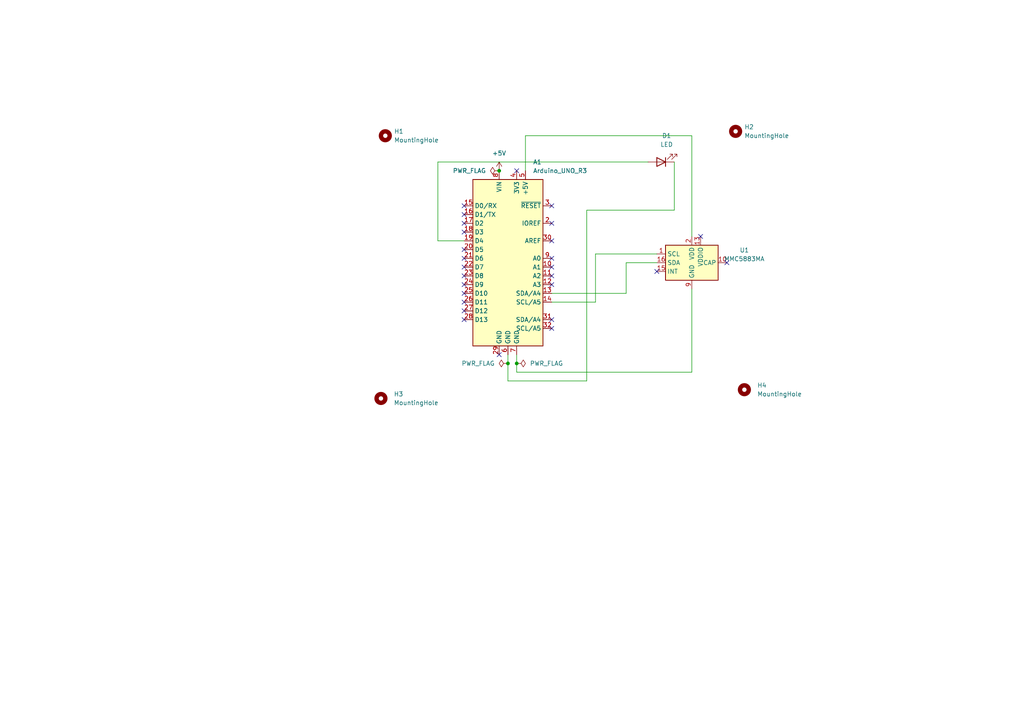
<source format=kicad_sch>
(kicad_sch (version 20230121) (generator eeschema)

  (uuid 22844832-3c5d-4410-80d5-2c36913e47ce)

  (paper "A4")

  (lib_symbols
    (symbol "Device:LED" (pin_numbers hide) (pin_names (offset 1.016) hide) (in_bom yes) (on_board yes)
      (property "Reference" "D" (at 0 2.54 0)
        (effects (font (size 1.27 1.27)))
      )
      (property "Value" "LED" (at 0 -2.54 0)
        (effects (font (size 1.27 1.27)))
      )
      (property "Footprint" "" (at 0 0 0)
        (effects (font (size 1.27 1.27)) hide)
      )
      (property "Datasheet" "~" (at 0 0 0)
        (effects (font (size 1.27 1.27)) hide)
      )
      (property "ki_keywords" "LED diode" (at 0 0 0)
        (effects (font (size 1.27 1.27)) hide)
      )
      (property "ki_description" "Light emitting diode" (at 0 0 0)
        (effects (font (size 1.27 1.27)) hide)
      )
      (property "ki_fp_filters" "LED* LED_SMD:* LED_THT:*" (at 0 0 0)
        (effects (font (size 1.27 1.27)) hide)
      )
      (symbol "LED_0_1"
        (polyline
          (pts
            (xy -1.27 -1.27)
            (xy -1.27 1.27)
          )
          (stroke (width 0.254) (type default))
          (fill (type none))
        )
        (polyline
          (pts
            (xy -1.27 0)
            (xy 1.27 0)
          )
          (stroke (width 0) (type default))
          (fill (type none))
        )
        (polyline
          (pts
            (xy 1.27 -1.27)
            (xy 1.27 1.27)
            (xy -1.27 0)
            (xy 1.27 -1.27)
          )
          (stroke (width 0.254) (type default))
          (fill (type none))
        )
        (polyline
          (pts
            (xy -3.048 -0.762)
            (xy -4.572 -2.286)
            (xy -3.81 -2.286)
            (xy -4.572 -2.286)
            (xy -4.572 -1.524)
          )
          (stroke (width 0) (type default))
          (fill (type none))
        )
        (polyline
          (pts
            (xy -1.778 -0.762)
            (xy -3.302 -2.286)
            (xy -2.54 -2.286)
            (xy -3.302 -2.286)
            (xy -3.302 -1.524)
          )
          (stroke (width 0) (type default))
          (fill (type none))
        )
      )
      (symbol "LED_1_1"
        (pin passive line (at -3.81 0 0) (length 2.54)
          (name "K" (effects (font (size 1.27 1.27))))
          (number "1" (effects (font (size 1.27 1.27))))
        )
        (pin passive line (at 3.81 0 180) (length 2.54)
          (name "A" (effects (font (size 1.27 1.27))))
          (number "2" (effects (font (size 1.27 1.27))))
        )
      )
    )
    (symbol "MCU_Module:Arduino_UNO_R3" (in_bom yes) (on_board yes)
      (property "Reference" "A" (at -10.16 23.495 0)
        (effects (font (size 1.27 1.27)) (justify left bottom))
      )
      (property "Value" "Arduino_UNO_R3" (at 5.08 -26.67 0)
        (effects (font (size 1.27 1.27)) (justify left top))
      )
      (property "Footprint" "Module:Arduino_UNO_R3" (at 0 0 0)
        (effects (font (size 1.27 1.27) italic) hide)
      )
      (property "Datasheet" "https://www.arduino.cc/en/Main/arduinoBoardUno" (at 0 0 0)
        (effects (font (size 1.27 1.27)) hide)
      )
      (property "ki_keywords" "Arduino UNO R3 Microcontroller Module Atmel AVR USB" (at 0 0 0)
        (effects (font (size 1.27 1.27)) hide)
      )
      (property "ki_description" "Arduino UNO Microcontroller Module, release 3" (at 0 0 0)
        (effects (font (size 1.27 1.27)) hide)
      )
      (property "ki_fp_filters" "Arduino*UNO*R3*" (at 0 0 0)
        (effects (font (size 1.27 1.27)) hide)
      )
      (symbol "Arduino_UNO_R3_0_1"
        (rectangle (start -10.16 22.86) (end 10.16 -25.4)
          (stroke (width 0.254) (type default))
          (fill (type background))
        )
      )
      (symbol "Arduino_UNO_R3_1_1"
        (pin no_connect line (at -10.16 -20.32 0) (length 2.54) hide
          (name "NC" (effects (font (size 1.27 1.27))))
          (number "1" (effects (font (size 1.27 1.27))))
        )
        (pin bidirectional line (at 12.7 -2.54 180) (length 2.54)
          (name "A1" (effects (font (size 1.27 1.27))))
          (number "10" (effects (font (size 1.27 1.27))))
        )
        (pin bidirectional line (at 12.7 -5.08 180) (length 2.54)
          (name "A2" (effects (font (size 1.27 1.27))))
          (number "11" (effects (font (size 1.27 1.27))))
        )
        (pin bidirectional line (at 12.7 -7.62 180) (length 2.54)
          (name "A3" (effects (font (size 1.27 1.27))))
          (number "12" (effects (font (size 1.27 1.27))))
        )
        (pin bidirectional line (at 12.7 -10.16 180) (length 2.54)
          (name "SDA/A4" (effects (font (size 1.27 1.27))))
          (number "13" (effects (font (size 1.27 1.27))))
        )
        (pin bidirectional line (at 12.7 -12.7 180) (length 2.54)
          (name "SCL/A5" (effects (font (size 1.27 1.27))))
          (number "14" (effects (font (size 1.27 1.27))))
        )
        (pin bidirectional line (at -12.7 15.24 0) (length 2.54)
          (name "D0/RX" (effects (font (size 1.27 1.27))))
          (number "15" (effects (font (size 1.27 1.27))))
        )
        (pin bidirectional line (at -12.7 12.7 0) (length 2.54)
          (name "D1/TX" (effects (font (size 1.27 1.27))))
          (number "16" (effects (font (size 1.27 1.27))))
        )
        (pin bidirectional line (at -12.7 10.16 0) (length 2.54)
          (name "D2" (effects (font (size 1.27 1.27))))
          (number "17" (effects (font (size 1.27 1.27))))
        )
        (pin bidirectional line (at -12.7 7.62 0) (length 2.54)
          (name "D3" (effects (font (size 1.27 1.27))))
          (number "18" (effects (font (size 1.27 1.27))))
        )
        (pin bidirectional line (at -12.7 5.08 0) (length 2.54)
          (name "D4" (effects (font (size 1.27 1.27))))
          (number "19" (effects (font (size 1.27 1.27))))
        )
        (pin output line (at 12.7 10.16 180) (length 2.54)
          (name "IOREF" (effects (font (size 1.27 1.27))))
          (number "2" (effects (font (size 1.27 1.27))))
        )
        (pin bidirectional line (at -12.7 2.54 0) (length 2.54)
          (name "D5" (effects (font (size 1.27 1.27))))
          (number "20" (effects (font (size 1.27 1.27))))
        )
        (pin bidirectional line (at -12.7 0 0) (length 2.54)
          (name "D6" (effects (font (size 1.27 1.27))))
          (number "21" (effects (font (size 1.27 1.27))))
        )
        (pin bidirectional line (at -12.7 -2.54 0) (length 2.54)
          (name "D7" (effects (font (size 1.27 1.27))))
          (number "22" (effects (font (size 1.27 1.27))))
        )
        (pin bidirectional line (at -12.7 -5.08 0) (length 2.54)
          (name "D8" (effects (font (size 1.27 1.27))))
          (number "23" (effects (font (size 1.27 1.27))))
        )
        (pin bidirectional line (at -12.7 -7.62 0) (length 2.54)
          (name "D9" (effects (font (size 1.27 1.27))))
          (number "24" (effects (font (size 1.27 1.27))))
        )
        (pin bidirectional line (at -12.7 -10.16 0) (length 2.54)
          (name "D10" (effects (font (size 1.27 1.27))))
          (number "25" (effects (font (size 1.27 1.27))))
        )
        (pin bidirectional line (at -12.7 -12.7 0) (length 2.54)
          (name "D11" (effects (font (size 1.27 1.27))))
          (number "26" (effects (font (size 1.27 1.27))))
        )
        (pin bidirectional line (at -12.7 -15.24 0) (length 2.54)
          (name "D12" (effects (font (size 1.27 1.27))))
          (number "27" (effects (font (size 1.27 1.27))))
        )
        (pin bidirectional line (at -12.7 -17.78 0) (length 2.54)
          (name "D13" (effects (font (size 1.27 1.27))))
          (number "28" (effects (font (size 1.27 1.27))))
        )
        (pin power_in line (at -2.54 -27.94 90) (length 2.54)
          (name "GND" (effects (font (size 1.27 1.27))))
          (number "29" (effects (font (size 1.27 1.27))))
        )
        (pin input line (at 12.7 15.24 180) (length 2.54)
          (name "~{RESET}" (effects (font (size 1.27 1.27))))
          (number "3" (effects (font (size 1.27 1.27))))
        )
        (pin input line (at 12.7 5.08 180) (length 2.54)
          (name "AREF" (effects (font (size 1.27 1.27))))
          (number "30" (effects (font (size 1.27 1.27))))
        )
        (pin bidirectional line (at 12.7 -17.78 180) (length 2.54)
          (name "SDA/A4" (effects (font (size 1.27 1.27))))
          (number "31" (effects (font (size 1.27 1.27))))
        )
        (pin bidirectional line (at 12.7 -20.32 180) (length 2.54)
          (name "SCL/A5" (effects (font (size 1.27 1.27))))
          (number "32" (effects (font (size 1.27 1.27))))
        )
        (pin power_out line (at 2.54 25.4 270) (length 2.54)
          (name "3V3" (effects (font (size 1.27 1.27))))
          (number "4" (effects (font (size 1.27 1.27))))
        )
        (pin power_out line (at 5.08 25.4 270) (length 2.54)
          (name "+5V" (effects (font (size 1.27 1.27))))
          (number "5" (effects (font (size 1.27 1.27))))
        )
        (pin power_in line (at 0 -27.94 90) (length 2.54)
          (name "GND" (effects (font (size 1.27 1.27))))
          (number "6" (effects (font (size 1.27 1.27))))
        )
        (pin power_in line (at 2.54 -27.94 90) (length 2.54)
          (name "GND" (effects (font (size 1.27 1.27))))
          (number "7" (effects (font (size 1.27 1.27))))
        )
        (pin power_in line (at -2.54 25.4 270) (length 2.54)
          (name "VIN" (effects (font (size 1.27 1.27))))
          (number "8" (effects (font (size 1.27 1.27))))
        )
        (pin bidirectional line (at 12.7 0 180) (length 2.54)
          (name "A0" (effects (font (size 1.27 1.27))))
          (number "9" (effects (font (size 1.27 1.27))))
        )
      )
    )
    (symbol "Mechanical:MountingHole" (pin_names (offset 1.016)) (in_bom yes) (on_board yes)
      (property "Reference" "H" (at 0 5.08 0)
        (effects (font (size 1.27 1.27)))
      )
      (property "Value" "MountingHole" (at 0 3.175 0)
        (effects (font (size 1.27 1.27)))
      )
      (property "Footprint" "" (at 0 0 0)
        (effects (font (size 1.27 1.27)) hide)
      )
      (property "Datasheet" "~" (at 0 0 0)
        (effects (font (size 1.27 1.27)) hide)
      )
      (property "ki_keywords" "mounting hole" (at 0 0 0)
        (effects (font (size 1.27 1.27)) hide)
      )
      (property "ki_description" "Mounting Hole without connection" (at 0 0 0)
        (effects (font (size 1.27 1.27)) hide)
      )
      (property "ki_fp_filters" "MountingHole*" (at 0 0 0)
        (effects (font (size 1.27 1.27)) hide)
      )
      (symbol "MountingHole_0_1"
        (circle (center 0 0) (radius 1.27)
          (stroke (width 1.27) (type default))
          (fill (type none))
        )
      )
    )
    (symbol "Sensor_Magnetic:MMC5883MA" (in_bom yes) (on_board yes)
      (property "Reference" "U" (at -7.62 7.62 0)
        (effects (font (size 1.27 1.27)) (justify left top))
      )
      (property "Value" "MMC5883MA" (at 5.08 7.62 0)
        (effects (font (size 1.27 1.27)) (justify left top))
      )
      (property "Footprint" "Package_LGA:LGA-16_3x3mm_P0.5mm" (at 0 -17.78 0)
        (effects (font (size 1.27 1.27)) hide)
      )
      (property "Datasheet" "http://www.memsic.com/userfiles/files/DataSheets/Magnetic-Sensors-Datasheets/MMC5883MA-RevC.pdf" (at -2.54 0 0)
        (effects (font (size 1.27 1.27)) hide)
      )
      (property "ki_keywords" "I2C magnetic 3-axis sensor" (at 0 0 0)
        (effects (font (size 1.27 1.27)) hide)
      )
      (property "ki_description" "3-axis Magnetic Sensor, I2C Interface, LGA-16" (at 0 0 0)
        (effects (font (size 1.27 1.27)) hide)
      )
      (property "ki_fp_filters" "*LGA*3x3mm*P0.5mm*" (at 0 0 0)
        (effects (font (size 1.27 1.27)) hide)
      )
      (symbol "MMC5883MA_0_1"
        (rectangle (start -7.62 -5.08) (end 7.62 5.08)
          (stroke (width 0.254) (type default))
          (fill (type background))
        )
      )
      (symbol "MMC5883MA_1_1"
        (pin input line (at -10.16 2.54 0) (length 2.54)
          (name "SCL" (effects (font (size 1.27 1.27))))
          (number "1" (effects (font (size 1.27 1.27))))
        )
        (pin passive line (at 10.16 0 180) (length 2.54)
          (name "CAP" (effects (font (size 1.27 1.27))))
          (number "10" (effects (font (size 1.27 1.27))))
        )
        (pin passive line (at 0 -7.62 90) (length 2.54) hide
          (name "GND" (effects (font (size 1.27 1.27))))
          (number "11" (effects (font (size 1.27 1.27))))
        )
        (pin no_connect line (at 5.08 -5.08 90) (length 2.54) hide
          (name "NC" (effects (font (size 1.27 1.27))))
          (number "12" (effects (font (size 1.27 1.27))))
        )
        (pin power_in line (at 2.54 7.62 270) (length 2.54)
          (name "VDDIO" (effects (font (size 1.27 1.27))))
          (number "13" (effects (font (size 1.27 1.27))))
        )
        (pin no_connect line (at -2.54 -5.08 90) (length 2.54) hide
          (name "NC" (effects (font (size 1.27 1.27))))
          (number "14" (effects (font (size 1.27 1.27))))
        )
        (pin output line (at -10.16 -2.54 0) (length 2.54)
          (name "INT" (effects (font (size 1.27 1.27))))
          (number "15" (effects (font (size 1.27 1.27))))
        )
        (pin bidirectional line (at -10.16 0 0) (length 2.54)
          (name "SDA" (effects (font (size 1.27 1.27))))
          (number "16" (effects (font (size 1.27 1.27))))
        )
        (pin power_in line (at 0 7.62 270) (length 2.54)
          (name "VDD" (effects (font (size 1.27 1.27))))
          (number "2" (effects (font (size 1.27 1.27))))
        )
        (pin no_connect line (at 7.62 -5.08 180) (length 2.54) hide
          (name "NC" (effects (font (size 1.27 1.27))))
          (number "3" (effects (font (size 1.27 1.27))))
        )
        (pin no_connect line (at 7.62 2.54 180) (length 2.54) hide
          (name "NC" (effects (font (size 1.27 1.27))))
          (number "4" (effects (font (size 1.27 1.27))))
        )
        (pin no_connect line (at 7.62 5.08 180) (length 2.54) hide
          (name "NC" (effects (font (size 1.27 1.27))))
          (number "5" (effects (font (size 1.27 1.27))))
        )
        (pin no_connect line (at 7.62 -2.54 180) (length 2.54) hide
          (name "NC" (effects (font (size 1.27 1.27))))
          (number "6" (effects (font (size 1.27 1.27))))
        )
        (pin no_connect line (at -5.08 -5.08 90) (length 2.54) hide
          (name "NC" (effects (font (size 1.27 1.27))))
          (number "7" (effects (font (size 1.27 1.27))))
        )
        (pin no_connect line (at 2.54 -5.08 90) (length 2.54) hide
          (name "NC" (effects (font (size 1.27 1.27))))
          (number "8" (effects (font (size 1.27 1.27))))
        )
        (pin power_in line (at 0 -7.62 90) (length 2.54)
          (name "GND" (effects (font (size 1.27 1.27))))
          (number "9" (effects (font (size 1.27 1.27))))
        )
      )
    )
    (symbol "power:+5V" (power) (pin_names (offset 0)) (in_bom yes) (on_board yes)
      (property "Reference" "#PWR" (at 0 -3.81 0)
        (effects (font (size 1.27 1.27)) hide)
      )
      (property "Value" "+5V" (at 0 3.556 0)
        (effects (font (size 1.27 1.27)))
      )
      (property "Footprint" "" (at 0 0 0)
        (effects (font (size 1.27 1.27)) hide)
      )
      (property "Datasheet" "" (at 0 0 0)
        (effects (font (size 1.27 1.27)) hide)
      )
      (property "ki_keywords" "global power" (at 0 0 0)
        (effects (font (size 1.27 1.27)) hide)
      )
      (property "ki_description" "Power symbol creates a global label with name \"+5V\"" (at 0 0 0)
        (effects (font (size 1.27 1.27)) hide)
      )
      (symbol "+5V_0_1"
        (polyline
          (pts
            (xy -0.762 1.27)
            (xy 0 2.54)
          )
          (stroke (width 0) (type default))
          (fill (type none))
        )
        (polyline
          (pts
            (xy 0 0)
            (xy 0 2.54)
          )
          (stroke (width 0) (type default))
          (fill (type none))
        )
        (polyline
          (pts
            (xy 0 2.54)
            (xy 0.762 1.27)
          )
          (stroke (width 0) (type default))
          (fill (type none))
        )
      )
      (symbol "+5V_1_1"
        (pin power_in line (at 0 0 90) (length 0) hide
          (name "+5V" (effects (font (size 1.27 1.27))))
          (number "1" (effects (font (size 1.27 1.27))))
        )
      )
    )
    (symbol "power:PWR_FLAG" (power) (pin_numbers hide) (pin_names (offset 0) hide) (in_bom yes) (on_board yes)
      (property "Reference" "#FLG" (at 0 1.905 0)
        (effects (font (size 1.27 1.27)) hide)
      )
      (property "Value" "PWR_FLAG" (at 0 3.81 0)
        (effects (font (size 1.27 1.27)))
      )
      (property "Footprint" "" (at 0 0 0)
        (effects (font (size 1.27 1.27)) hide)
      )
      (property "Datasheet" "~" (at 0 0 0)
        (effects (font (size 1.27 1.27)) hide)
      )
      (property "ki_keywords" "flag power" (at 0 0 0)
        (effects (font (size 1.27 1.27)) hide)
      )
      (property "ki_description" "Special symbol for telling ERC where power comes from" (at 0 0 0)
        (effects (font (size 1.27 1.27)) hide)
      )
      (symbol "PWR_FLAG_0_0"
        (pin power_out line (at 0 0 90) (length 0)
          (name "pwr" (effects (font (size 1.27 1.27))))
          (number "1" (effects (font (size 1.27 1.27))))
        )
      )
      (symbol "PWR_FLAG_0_1"
        (polyline
          (pts
            (xy 0 0)
            (xy 0 1.27)
            (xy -1.016 1.905)
            (xy 0 2.54)
            (xy 1.016 1.905)
            (xy 0 1.27)
          )
          (stroke (width 0) (type default))
          (fill (type none))
        )
      )
    )
  )

  (junction (at 149.86 105.41) (diameter 0) (color 0 0 0 0)
    (uuid 757aa77a-7ab6-4947-bb64-05176a4227e7)
  )
  (junction (at 144.78 49.53) (diameter 0) (color 0 0 0 0)
    (uuid 9e067e24-65f5-40f6-b8e4-2fdb7c65cab0)
  )
  (junction (at 147.32 105.41) (diameter 0) (color 0 0 0 0)
    (uuid dcad952b-f1b7-4050-8888-17cc86529ea7)
  )

  (no_connect (at 144.78 102.87) (uuid 0097567a-9e4f-4431-928d-7419543b5d98))
  (no_connect (at 160.02 69.85) (uuid 063b5e2f-ee87-41c9-baf0-8a4639512c3c))
  (no_connect (at 160.02 77.47) (uuid 0b8f6ae5-012a-4ad7-9aee-8306c18fdbe7))
  (no_connect (at 160.02 82.55) (uuid 0d8b5f48-f936-4f9d-ac40-b21dd9f7d943))
  (no_connect (at 190.5 78.74) (uuid 1f465607-ca9b-48e5-abf7-c5aa1adef3f0))
  (no_connect (at 160.02 59.69) (uuid 22307967-1cf3-44fc-bd41-ff8312bc038d))
  (no_connect (at 210.82 76.2) (uuid 24e8b6db-f0fd-4d5c-bb61-7b5856358f32))
  (no_connect (at 134.62 59.69) (uuid 28431707-3f4c-419d-84e7-f9df00d63988))
  (no_connect (at 134.62 85.09) (uuid 3b47583e-1963-4975-8adc-7c0e93703c2a))
  (no_connect (at 203.2 68.58) (uuid 4f8411e7-14cb-4e28-9dc6-ee2485b72009))
  (no_connect (at 160.02 92.71) (uuid 51b2d7af-a8b9-49c7-b035-702426d304d4))
  (no_connect (at 134.62 72.39) (uuid 55ab79c2-7008-4527-af25-160f4dd8b5bb))
  (no_connect (at 134.62 90.17) (uuid 5f726676-0ede-4f44-bbe0-2c8c7274554a))
  (no_connect (at 134.62 64.77) (uuid 5f7b5d42-a019-4e25-a713-7a671fe88d28))
  (no_connect (at 134.62 67.31) (uuid 77dfdcff-b6eb-4cb2-9dbb-1258cd9a592d))
  (no_connect (at 160.02 74.93) (uuid 81ab3d5f-4a7d-43de-a766-fda94b21ebe3))
  (no_connect (at 134.62 77.47) (uuid 82e3d9f7-9504-4787-af36-a53d0e0a2f9e))
  (no_connect (at 160.02 80.01) (uuid 8c4831bc-7730-4b04-991e-1cd14404f07f))
  (no_connect (at 134.62 87.63) (uuid 9e5beb9f-bb73-4a44-af93-2a4d098c644b))
  (no_connect (at 134.62 62.23) (uuid b0d2be29-8f0b-49e8-bfe0-71ca53ae1a89))
  (no_connect (at 149.86 49.53) (uuid bebb3e5d-5a94-4732-90c1-30b62a1380da))
  (no_connect (at 160.02 95.25) (uuid bf3b730d-0b2a-47f4-9959-f02267fb16b3))
  (no_connect (at 160.02 64.77) (uuid d04bfdd5-a629-44b0-b6ac-d6d54da75bcc))
  (no_connect (at 134.62 74.93) (uuid d8a1b807-0578-4742-a584-658786d0c90c))
  (no_connect (at 134.62 82.55) (uuid dafdcd2c-56f0-4108-ad57-d5ed5b3525a2))
  (no_connect (at 134.62 92.71) (uuid dd914418-36b7-480d-b981-c9552a7a3857))
  (no_connect (at 134.62 80.01) (uuid e3c076af-b014-41da-b7f6-4cd1cbdbbb74))

  (wire (pts (xy 170.18 110.49) (xy 147.32 110.49))
    (stroke (width 0) (type default))
    (uuid 005f0b04-9924-401f-b7b3-c88a3ad87715)
  )
  (wire (pts (xy 172.72 87.63) (xy 172.72 73.66))
    (stroke (width 0) (type default))
    (uuid 0dce6c0d-f448-48c7-bab6-9bf133e2f9cd)
  )
  (wire (pts (xy 134.62 69.85) (xy 127 69.85))
    (stroke (width 0) (type default))
    (uuid 1e5cf154-47c2-43d6-b5eb-299e81f71d5e)
  )
  (wire (pts (xy 147.32 110.49) (xy 147.32 105.41))
    (stroke (width 0) (type default))
    (uuid 322ea5d8-a34f-4885-9cef-6488af6f1fd0)
  )
  (wire (pts (xy 127 46.99) (xy 187.96 46.99))
    (stroke (width 0) (type default))
    (uuid 463707f5-d40e-401c-b3a5-b5ce2d10ef64)
  )
  (wire (pts (xy 200.66 83.82) (xy 200.66 107.95))
    (stroke (width 0) (type default))
    (uuid 583372cf-c4c0-4369-bc26-19f79f98fc0b)
  )
  (wire (pts (xy 160.02 85.09) (xy 181.61 85.09))
    (stroke (width 0) (type default))
    (uuid 6b0936a1-fd48-4ff5-931f-db4ab1a7efbd)
  )
  (wire (pts (xy 195.58 46.99) (xy 195.58 60.96))
    (stroke (width 0) (type default))
    (uuid 6dfb9d9f-fee1-4035-974d-40bb5cdcd82b)
  )
  (wire (pts (xy 149.86 107.95) (xy 149.86 105.41))
    (stroke (width 0) (type default))
    (uuid 7a56486e-4e18-48b6-b0cf-bef9ea26227d)
  )
  (wire (pts (xy 181.61 76.2) (xy 190.5 76.2))
    (stroke (width 0) (type default))
    (uuid 8b32a5c5-5709-4107-95b2-2834ff70f003)
  )
  (wire (pts (xy 200.66 107.95) (xy 149.86 107.95))
    (stroke (width 0) (type default))
    (uuid 9c10f9c6-6e7d-409a-8f1d-f95f27792d5e)
  )
  (wire (pts (xy 152.4 49.53) (xy 152.4 39.37))
    (stroke (width 0) (type default))
    (uuid b8ef3e75-29c4-4042-a84d-f562f0f4b3d9)
  )
  (wire (pts (xy 152.4 39.37) (xy 200.66 39.37))
    (stroke (width 0) (type default))
    (uuid b938e82c-00b8-45d4-985a-2387459dd84a)
  )
  (wire (pts (xy 149.86 105.41) (xy 149.86 102.87))
    (stroke (width 0) (type default))
    (uuid c07b86da-64e2-4e01-9c61-e6cd32dd1447)
  )
  (wire (pts (xy 172.72 73.66) (xy 190.5 73.66))
    (stroke (width 0) (type default))
    (uuid c3e6115d-afa6-4ecc-9f06-e3e78a6f235e)
  )
  (wire (pts (xy 195.58 60.96) (xy 170.18 60.96))
    (stroke (width 0) (type default))
    (uuid c978e3e9-a667-4235-bc31-a617c648dcac)
  )
  (wire (pts (xy 200.66 39.37) (xy 200.66 68.58))
    (stroke (width 0) (type default))
    (uuid ccf02994-a889-4327-bf73-f33f80525b04)
  )
  (wire (pts (xy 127 69.85) (xy 127 46.99))
    (stroke (width 0) (type default))
    (uuid d6cfb171-fe26-4ce4-8d2e-cedfa47693ca)
  )
  (wire (pts (xy 170.18 60.96) (xy 170.18 110.49))
    (stroke (width 0) (type default))
    (uuid df97b2a0-55f4-48db-a46d-e684b67a663b)
  )
  (wire (pts (xy 181.61 85.09) (xy 181.61 76.2))
    (stroke (width 0) (type default))
    (uuid dffeb620-41f0-4f77-8b57-42885862933d)
  )
  (wire (pts (xy 147.32 105.41) (xy 147.32 102.87))
    (stroke (width 0) (type default))
    (uuid e16a5953-e503-4f6d-bb4b-62beeb9a3b64)
  )
  (wire (pts (xy 160.02 87.63) (xy 172.72 87.63))
    (stroke (width 0) (type default))
    (uuid fca58240-72b9-426b-9745-5812a7167c0d)
  )

  (symbol (lib_id "Mechanical:MountingHole") (at 213.36 38.1 0) (unit 1)
    (in_bom yes) (on_board yes) (dnp no) (fields_autoplaced)
    (uuid 017d479e-06eb-48c0-8ef7-9cf5ee334370)
    (property "Reference" "H2" (at 215.9 36.83 0)
      (effects (font (size 1.27 1.27)) (justify left))
    )
    (property "Value" "MountingHole" (at 215.9 39.37 0)
      (effects (font (size 1.27 1.27)) (justify left))
    )
    (property "Footprint" "MountingHole:MountingHole_2.5mm" (at 213.36 38.1 0)
      (effects (font (size 1.27 1.27)) hide)
    )
    (property "Datasheet" "~" (at 213.36 38.1 0)
      (effects (font (size 1.27 1.27)) hide)
    )
    (instances
      (project "preoect 5"
        (path "/22844832-3c5d-4410-80d5-2c36913e47ce"
          (reference "H2") (unit 1)
        )
      )
    )
  )

  (symbol (lib_id "power:PWR_FLAG") (at 144.78 49.53 90) (unit 1)
    (in_bom yes) (on_board yes) (dnp no) (fields_autoplaced)
    (uuid 29f03f3c-7d66-4979-a881-890e058a42cf)
    (property "Reference" "#FLG01" (at 142.875 49.53 0)
      (effects (font (size 1.27 1.27)) hide)
    )
    (property "Value" "PWR_FLAG" (at 140.97 49.53 90)
      (effects (font (size 1.27 1.27)) (justify left))
    )
    (property "Footprint" "" (at 144.78 49.53 0)
      (effects (font (size 1.27 1.27)) hide)
    )
    (property "Datasheet" "~" (at 144.78 49.53 0)
      (effects (font (size 1.27 1.27)) hide)
    )
    (pin "1" (uuid 6530a5aa-98f5-4319-949b-0857667a61c0))
    (instances
      (project "preoect 5"
        (path "/22844832-3c5d-4410-80d5-2c36913e47ce"
          (reference "#FLG01") (unit 1)
        )
      )
    )
  )

  (symbol (lib_id "Mechanical:MountingHole") (at 215.9 113.03 0) (unit 1)
    (in_bom yes) (on_board yes) (dnp no) (fields_autoplaced)
    (uuid 351d87d1-df23-4e90-965e-f28832ac605c)
    (property "Reference" "H4" (at 219.6224 111.76 0)
      (effects (font (size 1.27 1.27)) (justify left))
    )
    (property "Value" "MountingHole" (at 219.6224 114.3 0)
      (effects (font (size 1.27 1.27)) (justify left))
    )
    (property "Footprint" "MountingHole:MountingHole_2.5mm" (at 215.9 113.03 0)
      (effects (font (size 1.27 1.27)) hide)
    )
    (property "Datasheet" "~" (at 215.9 113.03 0)
      (effects (font (size 1.27 1.27)) hide)
    )
    (instances
      (project "preoect 5"
        (path "/22844832-3c5d-4410-80d5-2c36913e47ce"
          (reference "H4") (unit 1)
        )
      )
    )
  )

  (symbol (lib_id "Sensor_Magnetic:MMC5883MA") (at 200.66 76.2 0) (unit 1)
    (in_bom yes) (on_board yes) (dnp no) (fields_autoplaced)
    (uuid 7c080fbf-a25e-4362-8c7f-d47dcad86bfb)
    (property "Reference" "U1" (at 215.9 72.5521 0)
      (effects (font (size 1.27 1.27)))
    )
    (property "Value" "MMC5883MA" (at 215.9 75.0921 0)
      (effects (font (size 1.27 1.27)))
    )
    (property "Footprint" "Package_LGA:LGA-16_3x3mm_P0.5mm" (at 200.66 93.98 0)
      (effects (font (size 1.27 1.27)) hide)
    )
    (property "Datasheet" "http://www.memsic.com/userfiles/files/DataSheets/Magnetic-Sensors-Datasheets/MMC5883MA-RevC.pdf" (at 198.12 76.2 0)
      (effects (font (size 1.27 1.27)) hide)
    )
    (pin "15" (uuid 7a130efc-555b-42af-be8d-1fea62ee9342))
    (pin "11" (uuid d42dc865-6155-43dd-977d-66495d86f629))
    (pin "13" (uuid 9dbda7c2-f823-4330-b253-7e6c1bfd4d25))
    (pin "1" (uuid ba6da98c-7f91-44f6-a923-faf697a9e902))
    (pin "3" (uuid 8e0f1757-4f03-4461-819f-22e016ffcbe4))
    (pin "5" (uuid 9aaab87f-590f-40a1-8760-b73623d76694))
    (pin "7" (uuid 8c84a520-2807-442c-8d54-f7f9fd67e4dc))
    (pin "4" (uuid 0596cd0f-ae75-4b80-973e-37c02b5b45ef))
    (pin "9" (uuid da6262f8-0ce1-445d-80fe-db3053571fc3))
    (pin "16" (uuid bb774e61-68e0-43d3-b234-8d51bf2d2fdc))
    (pin "2" (uuid 1dfcc515-9346-43ba-8287-be328376805a))
    (pin "8" (uuid 7cb5a65b-102b-4689-91cd-d3ed97a136f2))
    (pin "12" (uuid 1e5272e9-c1e0-4b8f-9f02-06834c761a79))
    (pin "10" (uuid a93cdf2f-0f98-471f-b27d-f402d187d1d8))
    (pin "14" (uuid 63dd0da9-9370-4f83-9470-4e5a3d8ee25b))
    (pin "6" (uuid 0b8f76b4-fca9-4be1-a499-bbfca580e07e))
    (instances
      (project "preoect 5"
        (path "/22844832-3c5d-4410-80d5-2c36913e47ce"
          (reference "U1") (unit 1)
        )
      )
    )
  )

  (symbol (lib_id "MCU_Module:Arduino_UNO_R3") (at 147.32 74.93 0) (unit 1)
    (in_bom yes) (on_board yes) (dnp no) (fields_autoplaced)
    (uuid 7cf470d3-6444-4a48-9f8c-4915856dca57)
    (property "Reference" "A1" (at 154.5941 46.99 0)
      (effects (font (size 1.27 1.27)) (justify left))
    )
    (property "Value" "Arduino_UNO_R3" (at 154.5941 49.53 0)
      (effects (font (size 1.27 1.27)) (justify left))
    )
    (property "Footprint" "Module:Arduino_UNO_R3" (at 147.32 74.93 0)
      (effects (font (size 1.27 1.27) italic) hide)
    )
    (property "Datasheet" "https://www.arduino.cc/en/Main/arduinoBoardUno" (at 147.32 74.93 0)
      (effects (font (size 1.27 1.27)) hide)
    )
    (pin "27" (uuid beb4c9f2-8b80-4788-8c90-1c00f1949613))
    (pin "21" (uuid dea25f06-7098-4809-828b-69f0c72b940d))
    (pin "17" (uuid da63085b-c739-4a1c-82b7-6b446eb314d5))
    (pin "14" (uuid d6aeb42d-af2e-4e4c-9430-6ecf994dfa74))
    (pin "8" (uuid 76fd3995-af56-44cb-a4af-993c011b4fa8))
    (pin "1" (uuid 912f1a59-49b3-47a3-a8d3-ecd2b982082e))
    (pin "20" (uuid 1f23dd0f-2f5d-4e47-9470-09a68e6fa09c))
    (pin "22" (uuid 24db060d-4087-46f0-a6f1-977bd05dcf0d))
    (pin "31" (uuid 51a253d3-596b-491c-a6bb-ea2853116990))
    (pin "6" (uuid d23ba355-fce2-4153-9bc2-39052c614b50))
    (pin "13" (uuid debaaff0-d9e8-4b9c-82e3-b882d0491194))
    (pin "7" (uuid e502765e-e959-46a8-a99b-9036e6a4105b))
    (pin "28" (uuid bd1f4258-4cb5-4dd3-bf7c-031a48cf843c))
    (pin "32" (uuid e172d3c7-7f6c-49ed-8d53-496c6f2e1721))
    (pin "12" (uuid ee3e6ac4-09e9-45fa-bd1c-c1ab064205a6))
    (pin "25" (uuid 8b2b87ea-ab79-41ef-a0dd-f7a8c9e6b57b))
    (pin "15" (uuid ff3e0d94-60a8-429a-963a-63ab38b01f11))
    (pin "16" (uuid 1c5edca6-8325-4988-bbc8-bb23bd1c0b86))
    (pin "5" (uuid 98d525cf-33ab-4519-82a3-6244ce7451f1))
    (pin "9" (uuid 333d0496-228a-48cd-a663-b97b4eda952f))
    (pin "29" (uuid 6b1292b9-0eaf-423b-b906-11b8cb31309f))
    (pin "30" (uuid 15e2dcbd-b0b4-4179-b02f-719d4e93525c))
    (pin "23" (uuid 2edc349f-b33e-4934-a09f-853f88c25837))
    (pin "18" (uuid 7e41b5ac-65b9-4bbb-9be7-18d4e9811131))
    (pin "11" (uuid 1d5c77b0-2376-4e31-8493-e0ef7887765f))
    (pin "26" (uuid fac7b98c-dac3-45f3-807c-cea328759be3))
    (pin "3" (uuid d431043f-103e-487e-a7cd-64f639415e4b))
    (pin "4" (uuid 2b0ade4d-6d25-4401-be98-bedafeb4a603))
    (pin "19" (uuid b1e38fb9-9b3b-49b7-8785-b072b5f6f65f))
    (pin "2" (uuid 75ac3eec-1b54-48c2-888f-4aac717dd574))
    (pin "10" (uuid d1367a24-35ac-42cc-8bb1-2333ca055a0c))
    (pin "24" (uuid fad0c5b2-a797-41ca-b0d8-f9f85785445c))
    (instances
      (project "preoect 5"
        (path "/22844832-3c5d-4410-80d5-2c36913e47ce"
          (reference "A1") (unit 1)
        )
      )
    )
  )

  (symbol (lib_id "power:+5V") (at 144.78 49.53 0) (unit 1)
    (in_bom yes) (on_board yes) (dnp no) (fields_autoplaced)
    (uuid b590434c-9748-4b13-bf63-e8f433406609)
    (property "Reference" "#PWR01" (at 144.78 53.34 0)
      (effects (font (size 1.27 1.27)) hide)
    )
    (property "Value" "+5V" (at 144.78 44.45 0)
      (effects (font (size 1.27 1.27)))
    )
    (property "Footprint" "" (at 144.78 49.53 0)
      (effects (font (size 1.27 1.27)) hide)
    )
    (property "Datasheet" "" (at 144.78 49.53 0)
      (effects (font (size 1.27 1.27)) hide)
    )
    (pin "1" (uuid 3dbbf435-0f07-4125-85f0-c2b2b6e34e9f))
    (instances
      (project "preoect 5"
        (path "/22844832-3c5d-4410-80d5-2c36913e47ce"
          (reference "#PWR01") (unit 1)
        )
      )
    )
  )

  (symbol (lib_id "Device:LED") (at 191.77 46.99 180) (unit 1)
    (in_bom yes) (on_board yes) (dnp no) (fields_autoplaced)
    (uuid c7ed486c-0dbe-43f7-8621-a498f5225e83)
    (property "Reference" "D1" (at 193.3575 39.37 0)
      (effects (font (size 1.27 1.27)))
    )
    (property "Value" "LED" (at 193.3575 41.91 0)
      (effects (font (size 1.27 1.27)))
    )
    (property "Footprint" "LED_THT:LED_D4.0mm" (at 191.77 46.99 0)
      (effects (font (size 1.27 1.27)) hide)
    )
    (property "Datasheet" "~" (at 191.77 46.99 0)
      (effects (font (size 1.27 1.27)) hide)
    )
    (pin "1" (uuid 2bbd54d9-ab5a-4f61-9e0f-1024e98ff43a))
    (pin "2" (uuid 5a9b8397-5c40-4889-bb6c-29adff85e515))
    (instances
      (project "preoect 5"
        (path "/22844832-3c5d-4410-80d5-2c36913e47ce"
          (reference "D1") (unit 1)
        )
      )
    )
  )

  (symbol (lib_id "Mechanical:MountingHole") (at 110.49 115.57 0) (unit 1)
    (in_bom yes) (on_board yes) (dnp no) (fields_autoplaced)
    (uuid cb50ea4b-5ae6-4fe0-8d48-9c8db7a7fa3c)
    (property "Reference" "H3" (at 114.2124 114.3 0)
      (effects (font (size 1.27 1.27)) (justify left))
    )
    (property "Value" "MountingHole" (at 114.2124 116.84 0)
      (effects (font (size 1.27 1.27)) (justify left))
    )
    (property "Footprint" "MountingHole:MountingHole_2.5mm" (at 110.49 115.57 0)
      (effects (font (size 1.27 1.27)) hide)
    )
    (property "Datasheet" "~" (at 110.49 115.57 0)
      (effects (font (size 1.27 1.27)) hide)
    )
    (instances
      (project "preoect 5"
        (path "/22844832-3c5d-4410-80d5-2c36913e47ce"
          (reference "H3") (unit 1)
        )
      )
    )
  )

  (symbol (lib_id "Mechanical:MountingHole") (at 111.76 39.37 0) (unit 1)
    (in_bom yes) (on_board yes) (dnp no) (fields_autoplaced)
    (uuid e34ad4fb-3e46-44f6-8c5e-6abe5910b454)
    (property "Reference" "H1" (at 114.3 38.1 0)
      (effects (font (size 1.27 1.27)) (justify left))
    )
    (property "Value" "MountingHole" (at 114.3 40.64 0)
      (effects (font (size 1.27 1.27)) (justify left))
    )
    (property "Footprint" "MountingHole:MountingHole_2.5mm" (at 111.76 39.37 0)
      (effects (font (size 1.27 1.27)) hide)
    )
    (property "Datasheet" "~" (at 111.76 39.37 0)
      (effects (font (size 1.27 1.27)) hide)
    )
    (instances
      (project "preoect 5"
        (path "/22844832-3c5d-4410-80d5-2c36913e47ce"
          (reference "H1") (unit 1)
        )
      )
    )
  )

  (symbol (lib_id "power:PWR_FLAG") (at 147.32 105.41 90) (unit 1)
    (in_bom yes) (on_board yes) (dnp no) (fields_autoplaced)
    (uuid e8b7edcf-707c-4d5e-97a0-8a7cde956955)
    (property "Reference" "#FLG02" (at 145.415 105.41 0)
      (effects (font (size 1.27 1.27)) hide)
    )
    (property "Value" "PWR_FLAG" (at 143.51 105.41 90)
      (effects (font (size 1.27 1.27)) (justify left))
    )
    (property "Footprint" "" (at 147.32 105.41 0)
      (effects (font (size 1.27 1.27)) hide)
    )
    (property "Datasheet" "~" (at 147.32 105.41 0)
      (effects (font (size 1.27 1.27)) hide)
    )
    (pin "1" (uuid 1580d789-bbdf-421c-8cdf-72f4e5ea00a0))
    (instances
      (project "preoect 5"
        (path "/22844832-3c5d-4410-80d5-2c36913e47ce"
          (reference "#FLG02") (unit 1)
        )
      )
    )
  )

  (symbol (lib_id "power:PWR_FLAG") (at 149.86 105.41 270) (unit 1)
    (in_bom yes) (on_board yes) (dnp no) (fields_autoplaced)
    (uuid f18b9537-31bf-4f95-9d80-133e53564888)
    (property "Reference" "#FLG03" (at 151.765 105.41 0)
      (effects (font (size 1.27 1.27)) hide)
    )
    (property "Value" "PWR_FLAG" (at 153.67 105.41 90)
      (effects (font (size 1.27 1.27)) (justify left))
    )
    (property "Footprint" "" (at 149.86 105.41 0)
      (effects (font (size 1.27 1.27)) hide)
    )
    (property "Datasheet" "~" (at 149.86 105.41 0)
      (effects (font (size 1.27 1.27)) hide)
    )
    (pin "1" (uuid 9a12a609-b1ae-41a6-856f-0f9d227ae0ef))
    (instances
      (project "preoect 5"
        (path "/22844832-3c5d-4410-80d5-2c36913e47ce"
          (reference "#FLG03") (unit 1)
        )
      )
    )
  )

  (sheet_instances
    (path "/" (page "1"))
  )
)

</source>
